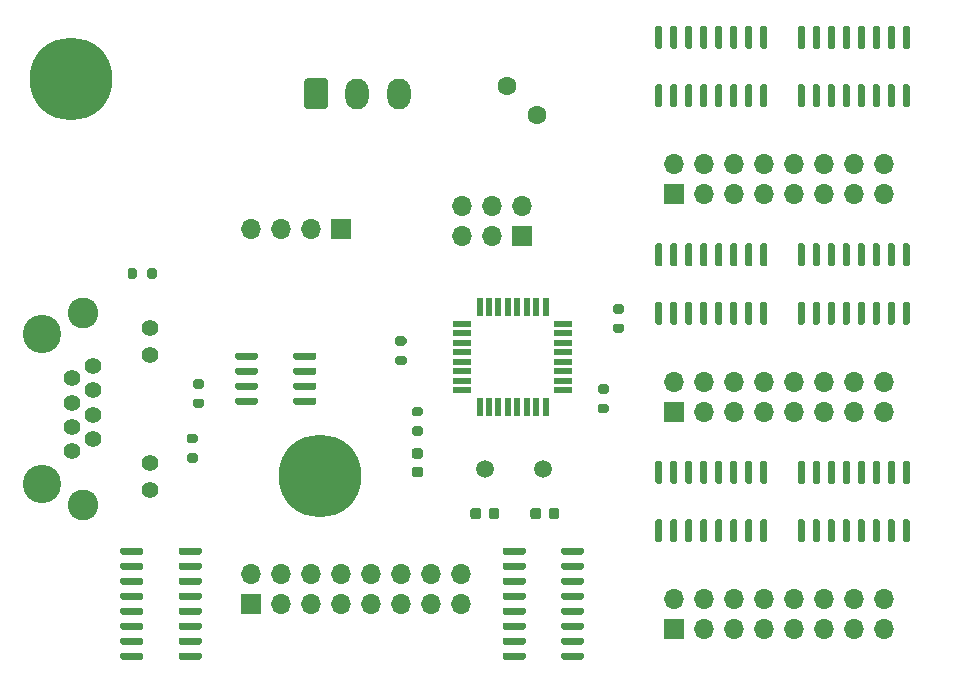
<source format=gts>
G04 #@! TF.GenerationSoftware,KiCad,Pcbnew,(5.1.9)-1*
G04 #@! TF.CreationDate,2021-06-09T23:06:16+02:00*
G04 #@! TF.ProjectId,interface,696e7465-7266-4616-9365-2e6b69636164,rev?*
G04 #@! TF.SameCoordinates,Original*
G04 #@! TF.FileFunction,Soldermask,Top*
G04 #@! TF.FilePolarity,Negative*
%FSLAX46Y46*%
G04 Gerber Fmt 4.6, Leading zero omitted, Abs format (unit mm)*
G04 Created by KiCad (PCBNEW (5.1.9)-1) date 2021-06-09 23:06:16*
%MOMM*%
%LPD*%
G01*
G04 APERTURE LIST*
%ADD10C,0.800000*%
%ADD11C,7.000000*%
%ADD12O,1.700000X1.700000*%
%ADD13R,1.700000X1.700000*%
%ADD14C,1.400000*%
%ADD15C,2.600000*%
%ADD16C,3.250000*%
%ADD17C,1.600000*%
%ADD18R,1.600000X0.550000*%
%ADD19R,0.550000X1.600000*%
%ADD20O,2.000000X2.600000*%
%ADD21C,1.500000*%
G04 APERTURE END LIST*
D10*
X105234155Y-71803845D03*
X103378000Y-71035000D03*
X101521845Y-71803845D03*
X100753000Y-73660000D03*
X101521845Y-75516155D03*
X103378000Y-76285000D03*
X105234155Y-75516155D03*
X106003000Y-73660000D03*
D11*
X103378000Y-73660000D03*
G36*
G01*
X153312000Y-107974000D02*
X153012000Y-107974000D01*
G75*
G02*
X152862000Y-107824000I0J150000D01*
G01*
X152862000Y-106174000D01*
G75*
G02*
X153012000Y-106024000I150000J0D01*
G01*
X153312000Y-106024000D01*
G75*
G02*
X153462000Y-106174000I0J-150000D01*
G01*
X153462000Y-107824000D01*
G75*
G02*
X153312000Y-107974000I-150000J0D01*
G01*
G37*
G36*
G01*
X154582000Y-107974000D02*
X154282000Y-107974000D01*
G75*
G02*
X154132000Y-107824000I0J150000D01*
G01*
X154132000Y-106174000D01*
G75*
G02*
X154282000Y-106024000I150000J0D01*
G01*
X154582000Y-106024000D01*
G75*
G02*
X154732000Y-106174000I0J-150000D01*
G01*
X154732000Y-107824000D01*
G75*
G02*
X154582000Y-107974000I-150000J0D01*
G01*
G37*
G36*
G01*
X155852000Y-107974000D02*
X155552000Y-107974000D01*
G75*
G02*
X155402000Y-107824000I0J150000D01*
G01*
X155402000Y-106174000D01*
G75*
G02*
X155552000Y-106024000I150000J0D01*
G01*
X155852000Y-106024000D01*
G75*
G02*
X156002000Y-106174000I0J-150000D01*
G01*
X156002000Y-107824000D01*
G75*
G02*
X155852000Y-107974000I-150000J0D01*
G01*
G37*
G36*
G01*
X157122000Y-107974000D02*
X156822000Y-107974000D01*
G75*
G02*
X156672000Y-107824000I0J150000D01*
G01*
X156672000Y-106174000D01*
G75*
G02*
X156822000Y-106024000I150000J0D01*
G01*
X157122000Y-106024000D01*
G75*
G02*
X157272000Y-106174000I0J-150000D01*
G01*
X157272000Y-107824000D01*
G75*
G02*
X157122000Y-107974000I-150000J0D01*
G01*
G37*
G36*
G01*
X158392000Y-107974000D02*
X158092000Y-107974000D01*
G75*
G02*
X157942000Y-107824000I0J150000D01*
G01*
X157942000Y-106174000D01*
G75*
G02*
X158092000Y-106024000I150000J0D01*
G01*
X158392000Y-106024000D01*
G75*
G02*
X158542000Y-106174000I0J-150000D01*
G01*
X158542000Y-107824000D01*
G75*
G02*
X158392000Y-107974000I-150000J0D01*
G01*
G37*
G36*
G01*
X159662000Y-107974000D02*
X159362000Y-107974000D01*
G75*
G02*
X159212000Y-107824000I0J150000D01*
G01*
X159212000Y-106174000D01*
G75*
G02*
X159362000Y-106024000I150000J0D01*
G01*
X159662000Y-106024000D01*
G75*
G02*
X159812000Y-106174000I0J-150000D01*
G01*
X159812000Y-107824000D01*
G75*
G02*
X159662000Y-107974000I-150000J0D01*
G01*
G37*
G36*
G01*
X160932000Y-107974000D02*
X160632000Y-107974000D01*
G75*
G02*
X160482000Y-107824000I0J150000D01*
G01*
X160482000Y-106174000D01*
G75*
G02*
X160632000Y-106024000I150000J0D01*
G01*
X160932000Y-106024000D01*
G75*
G02*
X161082000Y-106174000I0J-150000D01*
G01*
X161082000Y-107824000D01*
G75*
G02*
X160932000Y-107974000I-150000J0D01*
G01*
G37*
G36*
G01*
X162202000Y-107974000D02*
X161902000Y-107974000D01*
G75*
G02*
X161752000Y-107824000I0J150000D01*
G01*
X161752000Y-106174000D01*
G75*
G02*
X161902000Y-106024000I150000J0D01*
G01*
X162202000Y-106024000D01*
G75*
G02*
X162352000Y-106174000I0J-150000D01*
G01*
X162352000Y-107824000D01*
G75*
G02*
X162202000Y-107974000I-150000J0D01*
G01*
G37*
G36*
G01*
X162202000Y-112924000D02*
X161902000Y-112924000D01*
G75*
G02*
X161752000Y-112774000I0J150000D01*
G01*
X161752000Y-111124000D01*
G75*
G02*
X161902000Y-110974000I150000J0D01*
G01*
X162202000Y-110974000D01*
G75*
G02*
X162352000Y-111124000I0J-150000D01*
G01*
X162352000Y-112774000D01*
G75*
G02*
X162202000Y-112924000I-150000J0D01*
G01*
G37*
G36*
G01*
X160932000Y-112924000D02*
X160632000Y-112924000D01*
G75*
G02*
X160482000Y-112774000I0J150000D01*
G01*
X160482000Y-111124000D01*
G75*
G02*
X160632000Y-110974000I150000J0D01*
G01*
X160932000Y-110974000D01*
G75*
G02*
X161082000Y-111124000I0J-150000D01*
G01*
X161082000Y-112774000D01*
G75*
G02*
X160932000Y-112924000I-150000J0D01*
G01*
G37*
G36*
G01*
X159662000Y-112924000D02*
X159362000Y-112924000D01*
G75*
G02*
X159212000Y-112774000I0J150000D01*
G01*
X159212000Y-111124000D01*
G75*
G02*
X159362000Y-110974000I150000J0D01*
G01*
X159662000Y-110974000D01*
G75*
G02*
X159812000Y-111124000I0J-150000D01*
G01*
X159812000Y-112774000D01*
G75*
G02*
X159662000Y-112924000I-150000J0D01*
G01*
G37*
G36*
G01*
X158392000Y-112924000D02*
X158092000Y-112924000D01*
G75*
G02*
X157942000Y-112774000I0J150000D01*
G01*
X157942000Y-111124000D01*
G75*
G02*
X158092000Y-110974000I150000J0D01*
G01*
X158392000Y-110974000D01*
G75*
G02*
X158542000Y-111124000I0J-150000D01*
G01*
X158542000Y-112774000D01*
G75*
G02*
X158392000Y-112924000I-150000J0D01*
G01*
G37*
G36*
G01*
X157122000Y-112924000D02*
X156822000Y-112924000D01*
G75*
G02*
X156672000Y-112774000I0J150000D01*
G01*
X156672000Y-111124000D01*
G75*
G02*
X156822000Y-110974000I150000J0D01*
G01*
X157122000Y-110974000D01*
G75*
G02*
X157272000Y-111124000I0J-150000D01*
G01*
X157272000Y-112774000D01*
G75*
G02*
X157122000Y-112924000I-150000J0D01*
G01*
G37*
G36*
G01*
X155852000Y-112924000D02*
X155552000Y-112924000D01*
G75*
G02*
X155402000Y-112774000I0J150000D01*
G01*
X155402000Y-111124000D01*
G75*
G02*
X155552000Y-110974000I150000J0D01*
G01*
X155852000Y-110974000D01*
G75*
G02*
X156002000Y-111124000I0J-150000D01*
G01*
X156002000Y-112774000D01*
G75*
G02*
X155852000Y-112924000I-150000J0D01*
G01*
G37*
G36*
G01*
X154582000Y-112924000D02*
X154282000Y-112924000D01*
G75*
G02*
X154132000Y-112774000I0J150000D01*
G01*
X154132000Y-111124000D01*
G75*
G02*
X154282000Y-110974000I150000J0D01*
G01*
X154582000Y-110974000D01*
G75*
G02*
X154732000Y-111124000I0J-150000D01*
G01*
X154732000Y-112774000D01*
G75*
G02*
X154582000Y-112924000I-150000J0D01*
G01*
G37*
G36*
G01*
X153312000Y-112924000D02*
X153012000Y-112924000D01*
G75*
G02*
X152862000Y-112774000I0J150000D01*
G01*
X152862000Y-111124000D01*
G75*
G02*
X153012000Y-110974000I150000J0D01*
G01*
X153312000Y-110974000D01*
G75*
G02*
X153462000Y-111124000I0J-150000D01*
G01*
X153462000Y-112774000D01*
G75*
G02*
X153312000Y-112924000I-150000J0D01*
G01*
G37*
G36*
G01*
X165377000Y-89559000D02*
X165077000Y-89559000D01*
G75*
G02*
X164927000Y-89409000I0J150000D01*
G01*
X164927000Y-87759000D01*
G75*
G02*
X165077000Y-87609000I150000J0D01*
G01*
X165377000Y-87609000D01*
G75*
G02*
X165527000Y-87759000I0J-150000D01*
G01*
X165527000Y-89409000D01*
G75*
G02*
X165377000Y-89559000I-150000J0D01*
G01*
G37*
G36*
G01*
X166647000Y-89559000D02*
X166347000Y-89559000D01*
G75*
G02*
X166197000Y-89409000I0J150000D01*
G01*
X166197000Y-87759000D01*
G75*
G02*
X166347000Y-87609000I150000J0D01*
G01*
X166647000Y-87609000D01*
G75*
G02*
X166797000Y-87759000I0J-150000D01*
G01*
X166797000Y-89409000D01*
G75*
G02*
X166647000Y-89559000I-150000J0D01*
G01*
G37*
G36*
G01*
X167917000Y-89559000D02*
X167617000Y-89559000D01*
G75*
G02*
X167467000Y-89409000I0J150000D01*
G01*
X167467000Y-87759000D01*
G75*
G02*
X167617000Y-87609000I150000J0D01*
G01*
X167917000Y-87609000D01*
G75*
G02*
X168067000Y-87759000I0J-150000D01*
G01*
X168067000Y-89409000D01*
G75*
G02*
X167917000Y-89559000I-150000J0D01*
G01*
G37*
G36*
G01*
X169187000Y-89559000D02*
X168887000Y-89559000D01*
G75*
G02*
X168737000Y-89409000I0J150000D01*
G01*
X168737000Y-87759000D01*
G75*
G02*
X168887000Y-87609000I150000J0D01*
G01*
X169187000Y-87609000D01*
G75*
G02*
X169337000Y-87759000I0J-150000D01*
G01*
X169337000Y-89409000D01*
G75*
G02*
X169187000Y-89559000I-150000J0D01*
G01*
G37*
G36*
G01*
X170457000Y-89559000D02*
X170157000Y-89559000D01*
G75*
G02*
X170007000Y-89409000I0J150000D01*
G01*
X170007000Y-87759000D01*
G75*
G02*
X170157000Y-87609000I150000J0D01*
G01*
X170457000Y-87609000D01*
G75*
G02*
X170607000Y-87759000I0J-150000D01*
G01*
X170607000Y-89409000D01*
G75*
G02*
X170457000Y-89559000I-150000J0D01*
G01*
G37*
G36*
G01*
X171727000Y-89559000D02*
X171427000Y-89559000D01*
G75*
G02*
X171277000Y-89409000I0J150000D01*
G01*
X171277000Y-87759000D01*
G75*
G02*
X171427000Y-87609000I150000J0D01*
G01*
X171727000Y-87609000D01*
G75*
G02*
X171877000Y-87759000I0J-150000D01*
G01*
X171877000Y-89409000D01*
G75*
G02*
X171727000Y-89559000I-150000J0D01*
G01*
G37*
G36*
G01*
X172997000Y-89559000D02*
X172697000Y-89559000D01*
G75*
G02*
X172547000Y-89409000I0J150000D01*
G01*
X172547000Y-87759000D01*
G75*
G02*
X172697000Y-87609000I150000J0D01*
G01*
X172997000Y-87609000D01*
G75*
G02*
X173147000Y-87759000I0J-150000D01*
G01*
X173147000Y-89409000D01*
G75*
G02*
X172997000Y-89559000I-150000J0D01*
G01*
G37*
G36*
G01*
X174267000Y-89559000D02*
X173967000Y-89559000D01*
G75*
G02*
X173817000Y-89409000I0J150000D01*
G01*
X173817000Y-87759000D01*
G75*
G02*
X173967000Y-87609000I150000J0D01*
G01*
X174267000Y-87609000D01*
G75*
G02*
X174417000Y-87759000I0J-150000D01*
G01*
X174417000Y-89409000D01*
G75*
G02*
X174267000Y-89559000I-150000J0D01*
G01*
G37*
G36*
G01*
X174267000Y-94509000D02*
X173967000Y-94509000D01*
G75*
G02*
X173817000Y-94359000I0J150000D01*
G01*
X173817000Y-92709000D01*
G75*
G02*
X173967000Y-92559000I150000J0D01*
G01*
X174267000Y-92559000D01*
G75*
G02*
X174417000Y-92709000I0J-150000D01*
G01*
X174417000Y-94359000D01*
G75*
G02*
X174267000Y-94509000I-150000J0D01*
G01*
G37*
G36*
G01*
X172997000Y-94509000D02*
X172697000Y-94509000D01*
G75*
G02*
X172547000Y-94359000I0J150000D01*
G01*
X172547000Y-92709000D01*
G75*
G02*
X172697000Y-92559000I150000J0D01*
G01*
X172997000Y-92559000D01*
G75*
G02*
X173147000Y-92709000I0J-150000D01*
G01*
X173147000Y-94359000D01*
G75*
G02*
X172997000Y-94509000I-150000J0D01*
G01*
G37*
G36*
G01*
X171727000Y-94509000D02*
X171427000Y-94509000D01*
G75*
G02*
X171277000Y-94359000I0J150000D01*
G01*
X171277000Y-92709000D01*
G75*
G02*
X171427000Y-92559000I150000J0D01*
G01*
X171727000Y-92559000D01*
G75*
G02*
X171877000Y-92709000I0J-150000D01*
G01*
X171877000Y-94359000D01*
G75*
G02*
X171727000Y-94509000I-150000J0D01*
G01*
G37*
G36*
G01*
X170457000Y-94509000D02*
X170157000Y-94509000D01*
G75*
G02*
X170007000Y-94359000I0J150000D01*
G01*
X170007000Y-92709000D01*
G75*
G02*
X170157000Y-92559000I150000J0D01*
G01*
X170457000Y-92559000D01*
G75*
G02*
X170607000Y-92709000I0J-150000D01*
G01*
X170607000Y-94359000D01*
G75*
G02*
X170457000Y-94509000I-150000J0D01*
G01*
G37*
G36*
G01*
X169187000Y-94509000D02*
X168887000Y-94509000D01*
G75*
G02*
X168737000Y-94359000I0J150000D01*
G01*
X168737000Y-92709000D01*
G75*
G02*
X168887000Y-92559000I150000J0D01*
G01*
X169187000Y-92559000D01*
G75*
G02*
X169337000Y-92709000I0J-150000D01*
G01*
X169337000Y-94359000D01*
G75*
G02*
X169187000Y-94509000I-150000J0D01*
G01*
G37*
G36*
G01*
X167917000Y-94509000D02*
X167617000Y-94509000D01*
G75*
G02*
X167467000Y-94359000I0J150000D01*
G01*
X167467000Y-92709000D01*
G75*
G02*
X167617000Y-92559000I150000J0D01*
G01*
X167917000Y-92559000D01*
G75*
G02*
X168067000Y-92709000I0J-150000D01*
G01*
X168067000Y-94359000D01*
G75*
G02*
X167917000Y-94509000I-150000J0D01*
G01*
G37*
G36*
G01*
X166647000Y-94509000D02*
X166347000Y-94509000D01*
G75*
G02*
X166197000Y-94359000I0J150000D01*
G01*
X166197000Y-92709000D01*
G75*
G02*
X166347000Y-92559000I150000J0D01*
G01*
X166647000Y-92559000D01*
G75*
G02*
X166797000Y-92709000I0J-150000D01*
G01*
X166797000Y-94359000D01*
G75*
G02*
X166647000Y-94509000I-150000J0D01*
G01*
G37*
G36*
G01*
X165377000Y-94509000D02*
X165077000Y-94509000D01*
G75*
G02*
X164927000Y-94359000I0J150000D01*
G01*
X164927000Y-92709000D01*
G75*
G02*
X165077000Y-92559000I150000J0D01*
G01*
X165377000Y-92559000D01*
G75*
G02*
X165527000Y-92709000I0J-150000D01*
G01*
X165527000Y-94359000D01*
G75*
G02*
X165377000Y-94509000I-150000J0D01*
G01*
G37*
D12*
X136398000Y-115570000D03*
X136398000Y-118110000D03*
X133858000Y-115570000D03*
X133858000Y-118110000D03*
X131318000Y-115570000D03*
X131318000Y-118110000D03*
X128778000Y-115570000D03*
X128778000Y-118110000D03*
X126238000Y-115570000D03*
X126238000Y-118110000D03*
X123698000Y-115570000D03*
X123698000Y-118110000D03*
X121158000Y-115570000D03*
X121158000Y-118110000D03*
X118618000Y-115570000D03*
D13*
X118618000Y-118110000D03*
G36*
G01*
X109498000Y-122405000D02*
X109498000Y-122705000D01*
G75*
G02*
X109348000Y-122855000I-150000J0D01*
G01*
X107698000Y-122855000D01*
G75*
G02*
X107548000Y-122705000I0J150000D01*
G01*
X107548000Y-122405000D01*
G75*
G02*
X107698000Y-122255000I150000J0D01*
G01*
X109348000Y-122255000D01*
G75*
G02*
X109498000Y-122405000I0J-150000D01*
G01*
G37*
G36*
G01*
X109498000Y-121135000D02*
X109498000Y-121435000D01*
G75*
G02*
X109348000Y-121585000I-150000J0D01*
G01*
X107698000Y-121585000D01*
G75*
G02*
X107548000Y-121435000I0J150000D01*
G01*
X107548000Y-121135000D01*
G75*
G02*
X107698000Y-120985000I150000J0D01*
G01*
X109348000Y-120985000D01*
G75*
G02*
X109498000Y-121135000I0J-150000D01*
G01*
G37*
G36*
G01*
X109498000Y-119865000D02*
X109498000Y-120165000D01*
G75*
G02*
X109348000Y-120315000I-150000J0D01*
G01*
X107698000Y-120315000D01*
G75*
G02*
X107548000Y-120165000I0J150000D01*
G01*
X107548000Y-119865000D01*
G75*
G02*
X107698000Y-119715000I150000J0D01*
G01*
X109348000Y-119715000D01*
G75*
G02*
X109498000Y-119865000I0J-150000D01*
G01*
G37*
G36*
G01*
X109498000Y-118595000D02*
X109498000Y-118895000D01*
G75*
G02*
X109348000Y-119045000I-150000J0D01*
G01*
X107698000Y-119045000D01*
G75*
G02*
X107548000Y-118895000I0J150000D01*
G01*
X107548000Y-118595000D01*
G75*
G02*
X107698000Y-118445000I150000J0D01*
G01*
X109348000Y-118445000D01*
G75*
G02*
X109498000Y-118595000I0J-150000D01*
G01*
G37*
G36*
G01*
X109498000Y-117325000D02*
X109498000Y-117625000D01*
G75*
G02*
X109348000Y-117775000I-150000J0D01*
G01*
X107698000Y-117775000D01*
G75*
G02*
X107548000Y-117625000I0J150000D01*
G01*
X107548000Y-117325000D01*
G75*
G02*
X107698000Y-117175000I150000J0D01*
G01*
X109348000Y-117175000D01*
G75*
G02*
X109498000Y-117325000I0J-150000D01*
G01*
G37*
G36*
G01*
X109498000Y-116055000D02*
X109498000Y-116355000D01*
G75*
G02*
X109348000Y-116505000I-150000J0D01*
G01*
X107698000Y-116505000D01*
G75*
G02*
X107548000Y-116355000I0J150000D01*
G01*
X107548000Y-116055000D01*
G75*
G02*
X107698000Y-115905000I150000J0D01*
G01*
X109348000Y-115905000D01*
G75*
G02*
X109498000Y-116055000I0J-150000D01*
G01*
G37*
G36*
G01*
X109498000Y-114785000D02*
X109498000Y-115085000D01*
G75*
G02*
X109348000Y-115235000I-150000J0D01*
G01*
X107698000Y-115235000D01*
G75*
G02*
X107548000Y-115085000I0J150000D01*
G01*
X107548000Y-114785000D01*
G75*
G02*
X107698000Y-114635000I150000J0D01*
G01*
X109348000Y-114635000D01*
G75*
G02*
X109498000Y-114785000I0J-150000D01*
G01*
G37*
G36*
G01*
X109498000Y-113515000D02*
X109498000Y-113815000D01*
G75*
G02*
X109348000Y-113965000I-150000J0D01*
G01*
X107698000Y-113965000D01*
G75*
G02*
X107548000Y-113815000I0J150000D01*
G01*
X107548000Y-113515000D01*
G75*
G02*
X107698000Y-113365000I150000J0D01*
G01*
X109348000Y-113365000D01*
G75*
G02*
X109498000Y-113515000I0J-150000D01*
G01*
G37*
G36*
G01*
X114448000Y-113515000D02*
X114448000Y-113815000D01*
G75*
G02*
X114298000Y-113965000I-150000J0D01*
G01*
X112648000Y-113965000D01*
G75*
G02*
X112498000Y-113815000I0J150000D01*
G01*
X112498000Y-113515000D01*
G75*
G02*
X112648000Y-113365000I150000J0D01*
G01*
X114298000Y-113365000D01*
G75*
G02*
X114448000Y-113515000I0J-150000D01*
G01*
G37*
G36*
G01*
X114448000Y-114785000D02*
X114448000Y-115085000D01*
G75*
G02*
X114298000Y-115235000I-150000J0D01*
G01*
X112648000Y-115235000D01*
G75*
G02*
X112498000Y-115085000I0J150000D01*
G01*
X112498000Y-114785000D01*
G75*
G02*
X112648000Y-114635000I150000J0D01*
G01*
X114298000Y-114635000D01*
G75*
G02*
X114448000Y-114785000I0J-150000D01*
G01*
G37*
G36*
G01*
X114448000Y-116055000D02*
X114448000Y-116355000D01*
G75*
G02*
X114298000Y-116505000I-150000J0D01*
G01*
X112648000Y-116505000D01*
G75*
G02*
X112498000Y-116355000I0J150000D01*
G01*
X112498000Y-116055000D01*
G75*
G02*
X112648000Y-115905000I150000J0D01*
G01*
X114298000Y-115905000D01*
G75*
G02*
X114448000Y-116055000I0J-150000D01*
G01*
G37*
G36*
G01*
X114448000Y-117325000D02*
X114448000Y-117625000D01*
G75*
G02*
X114298000Y-117775000I-150000J0D01*
G01*
X112648000Y-117775000D01*
G75*
G02*
X112498000Y-117625000I0J150000D01*
G01*
X112498000Y-117325000D01*
G75*
G02*
X112648000Y-117175000I150000J0D01*
G01*
X114298000Y-117175000D01*
G75*
G02*
X114448000Y-117325000I0J-150000D01*
G01*
G37*
G36*
G01*
X114448000Y-118595000D02*
X114448000Y-118895000D01*
G75*
G02*
X114298000Y-119045000I-150000J0D01*
G01*
X112648000Y-119045000D01*
G75*
G02*
X112498000Y-118895000I0J150000D01*
G01*
X112498000Y-118595000D01*
G75*
G02*
X112648000Y-118445000I150000J0D01*
G01*
X114298000Y-118445000D01*
G75*
G02*
X114448000Y-118595000I0J-150000D01*
G01*
G37*
G36*
G01*
X114448000Y-119865000D02*
X114448000Y-120165000D01*
G75*
G02*
X114298000Y-120315000I-150000J0D01*
G01*
X112648000Y-120315000D01*
G75*
G02*
X112498000Y-120165000I0J150000D01*
G01*
X112498000Y-119865000D01*
G75*
G02*
X112648000Y-119715000I150000J0D01*
G01*
X114298000Y-119715000D01*
G75*
G02*
X114448000Y-119865000I0J-150000D01*
G01*
G37*
G36*
G01*
X114448000Y-121135000D02*
X114448000Y-121435000D01*
G75*
G02*
X114298000Y-121585000I-150000J0D01*
G01*
X112648000Y-121585000D01*
G75*
G02*
X112498000Y-121435000I0J150000D01*
G01*
X112498000Y-121135000D01*
G75*
G02*
X112648000Y-120985000I150000J0D01*
G01*
X114298000Y-120985000D01*
G75*
G02*
X114448000Y-121135000I0J-150000D01*
G01*
G37*
G36*
G01*
X114448000Y-122405000D02*
X114448000Y-122705000D01*
G75*
G02*
X114298000Y-122855000I-150000J0D01*
G01*
X112648000Y-122855000D01*
G75*
G02*
X112498000Y-122705000I0J150000D01*
G01*
X112498000Y-122405000D01*
G75*
G02*
X112648000Y-122255000I150000J0D01*
G01*
X114298000Y-122255000D01*
G75*
G02*
X114448000Y-122405000I0J-150000D01*
G01*
G37*
G36*
G01*
X165377000Y-107974000D02*
X165077000Y-107974000D01*
G75*
G02*
X164927000Y-107824000I0J150000D01*
G01*
X164927000Y-106174000D01*
G75*
G02*
X165077000Y-106024000I150000J0D01*
G01*
X165377000Y-106024000D01*
G75*
G02*
X165527000Y-106174000I0J-150000D01*
G01*
X165527000Y-107824000D01*
G75*
G02*
X165377000Y-107974000I-150000J0D01*
G01*
G37*
G36*
G01*
X166647000Y-107974000D02*
X166347000Y-107974000D01*
G75*
G02*
X166197000Y-107824000I0J150000D01*
G01*
X166197000Y-106174000D01*
G75*
G02*
X166347000Y-106024000I150000J0D01*
G01*
X166647000Y-106024000D01*
G75*
G02*
X166797000Y-106174000I0J-150000D01*
G01*
X166797000Y-107824000D01*
G75*
G02*
X166647000Y-107974000I-150000J0D01*
G01*
G37*
G36*
G01*
X167917000Y-107974000D02*
X167617000Y-107974000D01*
G75*
G02*
X167467000Y-107824000I0J150000D01*
G01*
X167467000Y-106174000D01*
G75*
G02*
X167617000Y-106024000I150000J0D01*
G01*
X167917000Y-106024000D01*
G75*
G02*
X168067000Y-106174000I0J-150000D01*
G01*
X168067000Y-107824000D01*
G75*
G02*
X167917000Y-107974000I-150000J0D01*
G01*
G37*
G36*
G01*
X169187000Y-107974000D02*
X168887000Y-107974000D01*
G75*
G02*
X168737000Y-107824000I0J150000D01*
G01*
X168737000Y-106174000D01*
G75*
G02*
X168887000Y-106024000I150000J0D01*
G01*
X169187000Y-106024000D01*
G75*
G02*
X169337000Y-106174000I0J-150000D01*
G01*
X169337000Y-107824000D01*
G75*
G02*
X169187000Y-107974000I-150000J0D01*
G01*
G37*
G36*
G01*
X170457000Y-107974000D02*
X170157000Y-107974000D01*
G75*
G02*
X170007000Y-107824000I0J150000D01*
G01*
X170007000Y-106174000D01*
G75*
G02*
X170157000Y-106024000I150000J0D01*
G01*
X170457000Y-106024000D01*
G75*
G02*
X170607000Y-106174000I0J-150000D01*
G01*
X170607000Y-107824000D01*
G75*
G02*
X170457000Y-107974000I-150000J0D01*
G01*
G37*
G36*
G01*
X171727000Y-107974000D02*
X171427000Y-107974000D01*
G75*
G02*
X171277000Y-107824000I0J150000D01*
G01*
X171277000Y-106174000D01*
G75*
G02*
X171427000Y-106024000I150000J0D01*
G01*
X171727000Y-106024000D01*
G75*
G02*
X171877000Y-106174000I0J-150000D01*
G01*
X171877000Y-107824000D01*
G75*
G02*
X171727000Y-107974000I-150000J0D01*
G01*
G37*
G36*
G01*
X172997000Y-107974000D02*
X172697000Y-107974000D01*
G75*
G02*
X172547000Y-107824000I0J150000D01*
G01*
X172547000Y-106174000D01*
G75*
G02*
X172697000Y-106024000I150000J0D01*
G01*
X172997000Y-106024000D01*
G75*
G02*
X173147000Y-106174000I0J-150000D01*
G01*
X173147000Y-107824000D01*
G75*
G02*
X172997000Y-107974000I-150000J0D01*
G01*
G37*
G36*
G01*
X174267000Y-107974000D02*
X173967000Y-107974000D01*
G75*
G02*
X173817000Y-107824000I0J150000D01*
G01*
X173817000Y-106174000D01*
G75*
G02*
X173967000Y-106024000I150000J0D01*
G01*
X174267000Y-106024000D01*
G75*
G02*
X174417000Y-106174000I0J-150000D01*
G01*
X174417000Y-107824000D01*
G75*
G02*
X174267000Y-107974000I-150000J0D01*
G01*
G37*
G36*
G01*
X174267000Y-112924000D02*
X173967000Y-112924000D01*
G75*
G02*
X173817000Y-112774000I0J150000D01*
G01*
X173817000Y-111124000D01*
G75*
G02*
X173967000Y-110974000I150000J0D01*
G01*
X174267000Y-110974000D01*
G75*
G02*
X174417000Y-111124000I0J-150000D01*
G01*
X174417000Y-112774000D01*
G75*
G02*
X174267000Y-112924000I-150000J0D01*
G01*
G37*
G36*
G01*
X172997000Y-112924000D02*
X172697000Y-112924000D01*
G75*
G02*
X172547000Y-112774000I0J150000D01*
G01*
X172547000Y-111124000D01*
G75*
G02*
X172697000Y-110974000I150000J0D01*
G01*
X172997000Y-110974000D01*
G75*
G02*
X173147000Y-111124000I0J-150000D01*
G01*
X173147000Y-112774000D01*
G75*
G02*
X172997000Y-112924000I-150000J0D01*
G01*
G37*
G36*
G01*
X171727000Y-112924000D02*
X171427000Y-112924000D01*
G75*
G02*
X171277000Y-112774000I0J150000D01*
G01*
X171277000Y-111124000D01*
G75*
G02*
X171427000Y-110974000I150000J0D01*
G01*
X171727000Y-110974000D01*
G75*
G02*
X171877000Y-111124000I0J-150000D01*
G01*
X171877000Y-112774000D01*
G75*
G02*
X171727000Y-112924000I-150000J0D01*
G01*
G37*
G36*
G01*
X170457000Y-112924000D02*
X170157000Y-112924000D01*
G75*
G02*
X170007000Y-112774000I0J150000D01*
G01*
X170007000Y-111124000D01*
G75*
G02*
X170157000Y-110974000I150000J0D01*
G01*
X170457000Y-110974000D01*
G75*
G02*
X170607000Y-111124000I0J-150000D01*
G01*
X170607000Y-112774000D01*
G75*
G02*
X170457000Y-112924000I-150000J0D01*
G01*
G37*
G36*
G01*
X169187000Y-112924000D02*
X168887000Y-112924000D01*
G75*
G02*
X168737000Y-112774000I0J150000D01*
G01*
X168737000Y-111124000D01*
G75*
G02*
X168887000Y-110974000I150000J0D01*
G01*
X169187000Y-110974000D01*
G75*
G02*
X169337000Y-111124000I0J-150000D01*
G01*
X169337000Y-112774000D01*
G75*
G02*
X169187000Y-112924000I-150000J0D01*
G01*
G37*
G36*
G01*
X167917000Y-112924000D02*
X167617000Y-112924000D01*
G75*
G02*
X167467000Y-112774000I0J150000D01*
G01*
X167467000Y-111124000D01*
G75*
G02*
X167617000Y-110974000I150000J0D01*
G01*
X167917000Y-110974000D01*
G75*
G02*
X168067000Y-111124000I0J-150000D01*
G01*
X168067000Y-112774000D01*
G75*
G02*
X167917000Y-112924000I-150000J0D01*
G01*
G37*
G36*
G01*
X166647000Y-112924000D02*
X166347000Y-112924000D01*
G75*
G02*
X166197000Y-112774000I0J150000D01*
G01*
X166197000Y-111124000D01*
G75*
G02*
X166347000Y-110974000I150000J0D01*
G01*
X166647000Y-110974000D01*
G75*
G02*
X166797000Y-111124000I0J-150000D01*
G01*
X166797000Y-112774000D01*
G75*
G02*
X166647000Y-112924000I-150000J0D01*
G01*
G37*
G36*
G01*
X165377000Y-112924000D02*
X165077000Y-112924000D01*
G75*
G02*
X164927000Y-112774000I0J150000D01*
G01*
X164927000Y-111124000D01*
G75*
G02*
X165077000Y-110974000I150000J0D01*
G01*
X165377000Y-110974000D01*
G75*
G02*
X165527000Y-111124000I0J-150000D01*
G01*
X165527000Y-112774000D01*
G75*
G02*
X165377000Y-112924000I-150000J0D01*
G01*
G37*
G36*
G01*
X153312000Y-89559000D02*
X153012000Y-89559000D01*
G75*
G02*
X152862000Y-89409000I0J150000D01*
G01*
X152862000Y-87759000D01*
G75*
G02*
X153012000Y-87609000I150000J0D01*
G01*
X153312000Y-87609000D01*
G75*
G02*
X153462000Y-87759000I0J-150000D01*
G01*
X153462000Y-89409000D01*
G75*
G02*
X153312000Y-89559000I-150000J0D01*
G01*
G37*
G36*
G01*
X154582000Y-89559000D02*
X154282000Y-89559000D01*
G75*
G02*
X154132000Y-89409000I0J150000D01*
G01*
X154132000Y-87759000D01*
G75*
G02*
X154282000Y-87609000I150000J0D01*
G01*
X154582000Y-87609000D01*
G75*
G02*
X154732000Y-87759000I0J-150000D01*
G01*
X154732000Y-89409000D01*
G75*
G02*
X154582000Y-89559000I-150000J0D01*
G01*
G37*
G36*
G01*
X155852000Y-89559000D02*
X155552000Y-89559000D01*
G75*
G02*
X155402000Y-89409000I0J150000D01*
G01*
X155402000Y-87759000D01*
G75*
G02*
X155552000Y-87609000I150000J0D01*
G01*
X155852000Y-87609000D01*
G75*
G02*
X156002000Y-87759000I0J-150000D01*
G01*
X156002000Y-89409000D01*
G75*
G02*
X155852000Y-89559000I-150000J0D01*
G01*
G37*
G36*
G01*
X157122000Y-89559000D02*
X156822000Y-89559000D01*
G75*
G02*
X156672000Y-89409000I0J150000D01*
G01*
X156672000Y-87759000D01*
G75*
G02*
X156822000Y-87609000I150000J0D01*
G01*
X157122000Y-87609000D01*
G75*
G02*
X157272000Y-87759000I0J-150000D01*
G01*
X157272000Y-89409000D01*
G75*
G02*
X157122000Y-89559000I-150000J0D01*
G01*
G37*
G36*
G01*
X158392000Y-89559000D02*
X158092000Y-89559000D01*
G75*
G02*
X157942000Y-89409000I0J150000D01*
G01*
X157942000Y-87759000D01*
G75*
G02*
X158092000Y-87609000I150000J0D01*
G01*
X158392000Y-87609000D01*
G75*
G02*
X158542000Y-87759000I0J-150000D01*
G01*
X158542000Y-89409000D01*
G75*
G02*
X158392000Y-89559000I-150000J0D01*
G01*
G37*
G36*
G01*
X159662000Y-89559000D02*
X159362000Y-89559000D01*
G75*
G02*
X159212000Y-89409000I0J150000D01*
G01*
X159212000Y-87759000D01*
G75*
G02*
X159362000Y-87609000I150000J0D01*
G01*
X159662000Y-87609000D01*
G75*
G02*
X159812000Y-87759000I0J-150000D01*
G01*
X159812000Y-89409000D01*
G75*
G02*
X159662000Y-89559000I-150000J0D01*
G01*
G37*
G36*
G01*
X160932000Y-89559000D02*
X160632000Y-89559000D01*
G75*
G02*
X160482000Y-89409000I0J150000D01*
G01*
X160482000Y-87759000D01*
G75*
G02*
X160632000Y-87609000I150000J0D01*
G01*
X160932000Y-87609000D01*
G75*
G02*
X161082000Y-87759000I0J-150000D01*
G01*
X161082000Y-89409000D01*
G75*
G02*
X160932000Y-89559000I-150000J0D01*
G01*
G37*
G36*
G01*
X162202000Y-89559000D02*
X161902000Y-89559000D01*
G75*
G02*
X161752000Y-89409000I0J150000D01*
G01*
X161752000Y-87759000D01*
G75*
G02*
X161902000Y-87609000I150000J0D01*
G01*
X162202000Y-87609000D01*
G75*
G02*
X162352000Y-87759000I0J-150000D01*
G01*
X162352000Y-89409000D01*
G75*
G02*
X162202000Y-89559000I-150000J0D01*
G01*
G37*
G36*
G01*
X162202000Y-94509000D02*
X161902000Y-94509000D01*
G75*
G02*
X161752000Y-94359000I0J150000D01*
G01*
X161752000Y-92709000D01*
G75*
G02*
X161902000Y-92559000I150000J0D01*
G01*
X162202000Y-92559000D01*
G75*
G02*
X162352000Y-92709000I0J-150000D01*
G01*
X162352000Y-94359000D01*
G75*
G02*
X162202000Y-94509000I-150000J0D01*
G01*
G37*
G36*
G01*
X160932000Y-94509000D02*
X160632000Y-94509000D01*
G75*
G02*
X160482000Y-94359000I0J150000D01*
G01*
X160482000Y-92709000D01*
G75*
G02*
X160632000Y-92559000I150000J0D01*
G01*
X160932000Y-92559000D01*
G75*
G02*
X161082000Y-92709000I0J-150000D01*
G01*
X161082000Y-94359000D01*
G75*
G02*
X160932000Y-94509000I-150000J0D01*
G01*
G37*
G36*
G01*
X159662000Y-94509000D02*
X159362000Y-94509000D01*
G75*
G02*
X159212000Y-94359000I0J150000D01*
G01*
X159212000Y-92709000D01*
G75*
G02*
X159362000Y-92559000I150000J0D01*
G01*
X159662000Y-92559000D01*
G75*
G02*
X159812000Y-92709000I0J-150000D01*
G01*
X159812000Y-94359000D01*
G75*
G02*
X159662000Y-94509000I-150000J0D01*
G01*
G37*
G36*
G01*
X158392000Y-94509000D02*
X158092000Y-94509000D01*
G75*
G02*
X157942000Y-94359000I0J150000D01*
G01*
X157942000Y-92709000D01*
G75*
G02*
X158092000Y-92559000I150000J0D01*
G01*
X158392000Y-92559000D01*
G75*
G02*
X158542000Y-92709000I0J-150000D01*
G01*
X158542000Y-94359000D01*
G75*
G02*
X158392000Y-94509000I-150000J0D01*
G01*
G37*
G36*
G01*
X157122000Y-94509000D02*
X156822000Y-94509000D01*
G75*
G02*
X156672000Y-94359000I0J150000D01*
G01*
X156672000Y-92709000D01*
G75*
G02*
X156822000Y-92559000I150000J0D01*
G01*
X157122000Y-92559000D01*
G75*
G02*
X157272000Y-92709000I0J-150000D01*
G01*
X157272000Y-94359000D01*
G75*
G02*
X157122000Y-94509000I-150000J0D01*
G01*
G37*
G36*
G01*
X155852000Y-94509000D02*
X155552000Y-94509000D01*
G75*
G02*
X155402000Y-94359000I0J150000D01*
G01*
X155402000Y-92709000D01*
G75*
G02*
X155552000Y-92559000I150000J0D01*
G01*
X155852000Y-92559000D01*
G75*
G02*
X156002000Y-92709000I0J-150000D01*
G01*
X156002000Y-94359000D01*
G75*
G02*
X155852000Y-94509000I-150000J0D01*
G01*
G37*
G36*
G01*
X154582000Y-94509000D02*
X154282000Y-94509000D01*
G75*
G02*
X154132000Y-94359000I0J150000D01*
G01*
X154132000Y-92709000D01*
G75*
G02*
X154282000Y-92559000I150000J0D01*
G01*
X154582000Y-92559000D01*
G75*
G02*
X154732000Y-92709000I0J-150000D01*
G01*
X154732000Y-94359000D01*
G75*
G02*
X154582000Y-94509000I-150000J0D01*
G01*
G37*
G36*
G01*
X153312000Y-94509000D02*
X153012000Y-94509000D01*
G75*
G02*
X152862000Y-94359000I0J150000D01*
G01*
X152862000Y-92709000D01*
G75*
G02*
X153012000Y-92559000I150000J0D01*
G01*
X153312000Y-92559000D01*
G75*
G02*
X153462000Y-92709000I0J-150000D01*
G01*
X153462000Y-94359000D01*
G75*
G02*
X153312000Y-94509000I-150000J0D01*
G01*
G37*
G36*
G01*
X165377000Y-71144000D02*
X165077000Y-71144000D01*
G75*
G02*
X164927000Y-70994000I0J150000D01*
G01*
X164927000Y-69344000D01*
G75*
G02*
X165077000Y-69194000I150000J0D01*
G01*
X165377000Y-69194000D01*
G75*
G02*
X165527000Y-69344000I0J-150000D01*
G01*
X165527000Y-70994000D01*
G75*
G02*
X165377000Y-71144000I-150000J0D01*
G01*
G37*
G36*
G01*
X166647000Y-71144000D02*
X166347000Y-71144000D01*
G75*
G02*
X166197000Y-70994000I0J150000D01*
G01*
X166197000Y-69344000D01*
G75*
G02*
X166347000Y-69194000I150000J0D01*
G01*
X166647000Y-69194000D01*
G75*
G02*
X166797000Y-69344000I0J-150000D01*
G01*
X166797000Y-70994000D01*
G75*
G02*
X166647000Y-71144000I-150000J0D01*
G01*
G37*
G36*
G01*
X167917000Y-71144000D02*
X167617000Y-71144000D01*
G75*
G02*
X167467000Y-70994000I0J150000D01*
G01*
X167467000Y-69344000D01*
G75*
G02*
X167617000Y-69194000I150000J0D01*
G01*
X167917000Y-69194000D01*
G75*
G02*
X168067000Y-69344000I0J-150000D01*
G01*
X168067000Y-70994000D01*
G75*
G02*
X167917000Y-71144000I-150000J0D01*
G01*
G37*
G36*
G01*
X169187000Y-71144000D02*
X168887000Y-71144000D01*
G75*
G02*
X168737000Y-70994000I0J150000D01*
G01*
X168737000Y-69344000D01*
G75*
G02*
X168887000Y-69194000I150000J0D01*
G01*
X169187000Y-69194000D01*
G75*
G02*
X169337000Y-69344000I0J-150000D01*
G01*
X169337000Y-70994000D01*
G75*
G02*
X169187000Y-71144000I-150000J0D01*
G01*
G37*
G36*
G01*
X170457000Y-71144000D02*
X170157000Y-71144000D01*
G75*
G02*
X170007000Y-70994000I0J150000D01*
G01*
X170007000Y-69344000D01*
G75*
G02*
X170157000Y-69194000I150000J0D01*
G01*
X170457000Y-69194000D01*
G75*
G02*
X170607000Y-69344000I0J-150000D01*
G01*
X170607000Y-70994000D01*
G75*
G02*
X170457000Y-71144000I-150000J0D01*
G01*
G37*
G36*
G01*
X171727000Y-71144000D02*
X171427000Y-71144000D01*
G75*
G02*
X171277000Y-70994000I0J150000D01*
G01*
X171277000Y-69344000D01*
G75*
G02*
X171427000Y-69194000I150000J0D01*
G01*
X171727000Y-69194000D01*
G75*
G02*
X171877000Y-69344000I0J-150000D01*
G01*
X171877000Y-70994000D01*
G75*
G02*
X171727000Y-71144000I-150000J0D01*
G01*
G37*
G36*
G01*
X172997000Y-71144000D02*
X172697000Y-71144000D01*
G75*
G02*
X172547000Y-70994000I0J150000D01*
G01*
X172547000Y-69344000D01*
G75*
G02*
X172697000Y-69194000I150000J0D01*
G01*
X172997000Y-69194000D01*
G75*
G02*
X173147000Y-69344000I0J-150000D01*
G01*
X173147000Y-70994000D01*
G75*
G02*
X172997000Y-71144000I-150000J0D01*
G01*
G37*
G36*
G01*
X174267000Y-71144000D02*
X173967000Y-71144000D01*
G75*
G02*
X173817000Y-70994000I0J150000D01*
G01*
X173817000Y-69344000D01*
G75*
G02*
X173967000Y-69194000I150000J0D01*
G01*
X174267000Y-69194000D01*
G75*
G02*
X174417000Y-69344000I0J-150000D01*
G01*
X174417000Y-70994000D01*
G75*
G02*
X174267000Y-71144000I-150000J0D01*
G01*
G37*
G36*
G01*
X174267000Y-76094000D02*
X173967000Y-76094000D01*
G75*
G02*
X173817000Y-75944000I0J150000D01*
G01*
X173817000Y-74294000D01*
G75*
G02*
X173967000Y-74144000I150000J0D01*
G01*
X174267000Y-74144000D01*
G75*
G02*
X174417000Y-74294000I0J-150000D01*
G01*
X174417000Y-75944000D01*
G75*
G02*
X174267000Y-76094000I-150000J0D01*
G01*
G37*
G36*
G01*
X172997000Y-76094000D02*
X172697000Y-76094000D01*
G75*
G02*
X172547000Y-75944000I0J150000D01*
G01*
X172547000Y-74294000D01*
G75*
G02*
X172697000Y-74144000I150000J0D01*
G01*
X172997000Y-74144000D01*
G75*
G02*
X173147000Y-74294000I0J-150000D01*
G01*
X173147000Y-75944000D01*
G75*
G02*
X172997000Y-76094000I-150000J0D01*
G01*
G37*
G36*
G01*
X171727000Y-76094000D02*
X171427000Y-76094000D01*
G75*
G02*
X171277000Y-75944000I0J150000D01*
G01*
X171277000Y-74294000D01*
G75*
G02*
X171427000Y-74144000I150000J0D01*
G01*
X171727000Y-74144000D01*
G75*
G02*
X171877000Y-74294000I0J-150000D01*
G01*
X171877000Y-75944000D01*
G75*
G02*
X171727000Y-76094000I-150000J0D01*
G01*
G37*
G36*
G01*
X170457000Y-76094000D02*
X170157000Y-76094000D01*
G75*
G02*
X170007000Y-75944000I0J150000D01*
G01*
X170007000Y-74294000D01*
G75*
G02*
X170157000Y-74144000I150000J0D01*
G01*
X170457000Y-74144000D01*
G75*
G02*
X170607000Y-74294000I0J-150000D01*
G01*
X170607000Y-75944000D01*
G75*
G02*
X170457000Y-76094000I-150000J0D01*
G01*
G37*
G36*
G01*
X169187000Y-76094000D02*
X168887000Y-76094000D01*
G75*
G02*
X168737000Y-75944000I0J150000D01*
G01*
X168737000Y-74294000D01*
G75*
G02*
X168887000Y-74144000I150000J0D01*
G01*
X169187000Y-74144000D01*
G75*
G02*
X169337000Y-74294000I0J-150000D01*
G01*
X169337000Y-75944000D01*
G75*
G02*
X169187000Y-76094000I-150000J0D01*
G01*
G37*
G36*
G01*
X167917000Y-76094000D02*
X167617000Y-76094000D01*
G75*
G02*
X167467000Y-75944000I0J150000D01*
G01*
X167467000Y-74294000D01*
G75*
G02*
X167617000Y-74144000I150000J0D01*
G01*
X167917000Y-74144000D01*
G75*
G02*
X168067000Y-74294000I0J-150000D01*
G01*
X168067000Y-75944000D01*
G75*
G02*
X167917000Y-76094000I-150000J0D01*
G01*
G37*
G36*
G01*
X166647000Y-76094000D02*
X166347000Y-76094000D01*
G75*
G02*
X166197000Y-75944000I0J150000D01*
G01*
X166197000Y-74294000D01*
G75*
G02*
X166347000Y-74144000I150000J0D01*
G01*
X166647000Y-74144000D01*
G75*
G02*
X166797000Y-74294000I0J-150000D01*
G01*
X166797000Y-75944000D01*
G75*
G02*
X166647000Y-76094000I-150000J0D01*
G01*
G37*
G36*
G01*
X165377000Y-76094000D02*
X165077000Y-76094000D01*
G75*
G02*
X164927000Y-75944000I0J150000D01*
G01*
X164927000Y-74294000D01*
G75*
G02*
X165077000Y-74144000I150000J0D01*
G01*
X165377000Y-74144000D01*
G75*
G02*
X165527000Y-74294000I0J-150000D01*
G01*
X165527000Y-75944000D01*
G75*
G02*
X165377000Y-76094000I-150000J0D01*
G01*
G37*
G36*
G01*
X153312000Y-71144000D02*
X153012000Y-71144000D01*
G75*
G02*
X152862000Y-70994000I0J150000D01*
G01*
X152862000Y-69344000D01*
G75*
G02*
X153012000Y-69194000I150000J0D01*
G01*
X153312000Y-69194000D01*
G75*
G02*
X153462000Y-69344000I0J-150000D01*
G01*
X153462000Y-70994000D01*
G75*
G02*
X153312000Y-71144000I-150000J0D01*
G01*
G37*
G36*
G01*
X154582000Y-71144000D02*
X154282000Y-71144000D01*
G75*
G02*
X154132000Y-70994000I0J150000D01*
G01*
X154132000Y-69344000D01*
G75*
G02*
X154282000Y-69194000I150000J0D01*
G01*
X154582000Y-69194000D01*
G75*
G02*
X154732000Y-69344000I0J-150000D01*
G01*
X154732000Y-70994000D01*
G75*
G02*
X154582000Y-71144000I-150000J0D01*
G01*
G37*
G36*
G01*
X155852000Y-71144000D02*
X155552000Y-71144000D01*
G75*
G02*
X155402000Y-70994000I0J150000D01*
G01*
X155402000Y-69344000D01*
G75*
G02*
X155552000Y-69194000I150000J0D01*
G01*
X155852000Y-69194000D01*
G75*
G02*
X156002000Y-69344000I0J-150000D01*
G01*
X156002000Y-70994000D01*
G75*
G02*
X155852000Y-71144000I-150000J0D01*
G01*
G37*
G36*
G01*
X157122000Y-71144000D02*
X156822000Y-71144000D01*
G75*
G02*
X156672000Y-70994000I0J150000D01*
G01*
X156672000Y-69344000D01*
G75*
G02*
X156822000Y-69194000I150000J0D01*
G01*
X157122000Y-69194000D01*
G75*
G02*
X157272000Y-69344000I0J-150000D01*
G01*
X157272000Y-70994000D01*
G75*
G02*
X157122000Y-71144000I-150000J0D01*
G01*
G37*
G36*
G01*
X158392000Y-71144000D02*
X158092000Y-71144000D01*
G75*
G02*
X157942000Y-70994000I0J150000D01*
G01*
X157942000Y-69344000D01*
G75*
G02*
X158092000Y-69194000I150000J0D01*
G01*
X158392000Y-69194000D01*
G75*
G02*
X158542000Y-69344000I0J-150000D01*
G01*
X158542000Y-70994000D01*
G75*
G02*
X158392000Y-71144000I-150000J0D01*
G01*
G37*
G36*
G01*
X159662000Y-71144000D02*
X159362000Y-71144000D01*
G75*
G02*
X159212000Y-70994000I0J150000D01*
G01*
X159212000Y-69344000D01*
G75*
G02*
X159362000Y-69194000I150000J0D01*
G01*
X159662000Y-69194000D01*
G75*
G02*
X159812000Y-69344000I0J-150000D01*
G01*
X159812000Y-70994000D01*
G75*
G02*
X159662000Y-71144000I-150000J0D01*
G01*
G37*
G36*
G01*
X160932000Y-71144000D02*
X160632000Y-71144000D01*
G75*
G02*
X160482000Y-70994000I0J150000D01*
G01*
X160482000Y-69344000D01*
G75*
G02*
X160632000Y-69194000I150000J0D01*
G01*
X160932000Y-69194000D01*
G75*
G02*
X161082000Y-69344000I0J-150000D01*
G01*
X161082000Y-70994000D01*
G75*
G02*
X160932000Y-71144000I-150000J0D01*
G01*
G37*
G36*
G01*
X162202000Y-71144000D02*
X161902000Y-71144000D01*
G75*
G02*
X161752000Y-70994000I0J150000D01*
G01*
X161752000Y-69344000D01*
G75*
G02*
X161902000Y-69194000I150000J0D01*
G01*
X162202000Y-69194000D01*
G75*
G02*
X162352000Y-69344000I0J-150000D01*
G01*
X162352000Y-70994000D01*
G75*
G02*
X162202000Y-71144000I-150000J0D01*
G01*
G37*
G36*
G01*
X162202000Y-76094000D02*
X161902000Y-76094000D01*
G75*
G02*
X161752000Y-75944000I0J150000D01*
G01*
X161752000Y-74294000D01*
G75*
G02*
X161902000Y-74144000I150000J0D01*
G01*
X162202000Y-74144000D01*
G75*
G02*
X162352000Y-74294000I0J-150000D01*
G01*
X162352000Y-75944000D01*
G75*
G02*
X162202000Y-76094000I-150000J0D01*
G01*
G37*
G36*
G01*
X160932000Y-76094000D02*
X160632000Y-76094000D01*
G75*
G02*
X160482000Y-75944000I0J150000D01*
G01*
X160482000Y-74294000D01*
G75*
G02*
X160632000Y-74144000I150000J0D01*
G01*
X160932000Y-74144000D01*
G75*
G02*
X161082000Y-74294000I0J-150000D01*
G01*
X161082000Y-75944000D01*
G75*
G02*
X160932000Y-76094000I-150000J0D01*
G01*
G37*
G36*
G01*
X159662000Y-76094000D02*
X159362000Y-76094000D01*
G75*
G02*
X159212000Y-75944000I0J150000D01*
G01*
X159212000Y-74294000D01*
G75*
G02*
X159362000Y-74144000I150000J0D01*
G01*
X159662000Y-74144000D01*
G75*
G02*
X159812000Y-74294000I0J-150000D01*
G01*
X159812000Y-75944000D01*
G75*
G02*
X159662000Y-76094000I-150000J0D01*
G01*
G37*
G36*
G01*
X158392000Y-76094000D02*
X158092000Y-76094000D01*
G75*
G02*
X157942000Y-75944000I0J150000D01*
G01*
X157942000Y-74294000D01*
G75*
G02*
X158092000Y-74144000I150000J0D01*
G01*
X158392000Y-74144000D01*
G75*
G02*
X158542000Y-74294000I0J-150000D01*
G01*
X158542000Y-75944000D01*
G75*
G02*
X158392000Y-76094000I-150000J0D01*
G01*
G37*
G36*
G01*
X157122000Y-76094000D02*
X156822000Y-76094000D01*
G75*
G02*
X156672000Y-75944000I0J150000D01*
G01*
X156672000Y-74294000D01*
G75*
G02*
X156822000Y-74144000I150000J0D01*
G01*
X157122000Y-74144000D01*
G75*
G02*
X157272000Y-74294000I0J-150000D01*
G01*
X157272000Y-75944000D01*
G75*
G02*
X157122000Y-76094000I-150000J0D01*
G01*
G37*
G36*
G01*
X155852000Y-76094000D02*
X155552000Y-76094000D01*
G75*
G02*
X155402000Y-75944000I0J150000D01*
G01*
X155402000Y-74294000D01*
G75*
G02*
X155552000Y-74144000I150000J0D01*
G01*
X155852000Y-74144000D01*
G75*
G02*
X156002000Y-74294000I0J-150000D01*
G01*
X156002000Y-75944000D01*
G75*
G02*
X155852000Y-76094000I-150000J0D01*
G01*
G37*
G36*
G01*
X154582000Y-76094000D02*
X154282000Y-76094000D01*
G75*
G02*
X154132000Y-75944000I0J150000D01*
G01*
X154132000Y-74294000D01*
G75*
G02*
X154282000Y-74144000I150000J0D01*
G01*
X154582000Y-74144000D01*
G75*
G02*
X154732000Y-74294000I0J-150000D01*
G01*
X154732000Y-75944000D01*
G75*
G02*
X154582000Y-76094000I-150000J0D01*
G01*
G37*
G36*
G01*
X153312000Y-76094000D02*
X153012000Y-76094000D01*
G75*
G02*
X152862000Y-75944000I0J150000D01*
G01*
X152862000Y-74294000D01*
G75*
G02*
X153012000Y-74144000I150000J0D01*
G01*
X153312000Y-74144000D01*
G75*
G02*
X153462000Y-74294000I0J-150000D01*
G01*
X153462000Y-75944000D01*
G75*
G02*
X153312000Y-76094000I-150000J0D01*
G01*
G37*
G36*
G01*
X144883000Y-113815000D02*
X144883000Y-113515000D01*
G75*
G02*
X145033000Y-113365000I150000J0D01*
G01*
X146683000Y-113365000D01*
G75*
G02*
X146833000Y-113515000I0J-150000D01*
G01*
X146833000Y-113815000D01*
G75*
G02*
X146683000Y-113965000I-150000J0D01*
G01*
X145033000Y-113965000D01*
G75*
G02*
X144883000Y-113815000I0J150000D01*
G01*
G37*
G36*
G01*
X144883000Y-115085000D02*
X144883000Y-114785000D01*
G75*
G02*
X145033000Y-114635000I150000J0D01*
G01*
X146683000Y-114635000D01*
G75*
G02*
X146833000Y-114785000I0J-150000D01*
G01*
X146833000Y-115085000D01*
G75*
G02*
X146683000Y-115235000I-150000J0D01*
G01*
X145033000Y-115235000D01*
G75*
G02*
X144883000Y-115085000I0J150000D01*
G01*
G37*
G36*
G01*
X144883000Y-116355000D02*
X144883000Y-116055000D01*
G75*
G02*
X145033000Y-115905000I150000J0D01*
G01*
X146683000Y-115905000D01*
G75*
G02*
X146833000Y-116055000I0J-150000D01*
G01*
X146833000Y-116355000D01*
G75*
G02*
X146683000Y-116505000I-150000J0D01*
G01*
X145033000Y-116505000D01*
G75*
G02*
X144883000Y-116355000I0J150000D01*
G01*
G37*
G36*
G01*
X144883000Y-117625000D02*
X144883000Y-117325000D01*
G75*
G02*
X145033000Y-117175000I150000J0D01*
G01*
X146683000Y-117175000D01*
G75*
G02*
X146833000Y-117325000I0J-150000D01*
G01*
X146833000Y-117625000D01*
G75*
G02*
X146683000Y-117775000I-150000J0D01*
G01*
X145033000Y-117775000D01*
G75*
G02*
X144883000Y-117625000I0J150000D01*
G01*
G37*
G36*
G01*
X144883000Y-118895000D02*
X144883000Y-118595000D01*
G75*
G02*
X145033000Y-118445000I150000J0D01*
G01*
X146683000Y-118445000D01*
G75*
G02*
X146833000Y-118595000I0J-150000D01*
G01*
X146833000Y-118895000D01*
G75*
G02*
X146683000Y-119045000I-150000J0D01*
G01*
X145033000Y-119045000D01*
G75*
G02*
X144883000Y-118895000I0J150000D01*
G01*
G37*
G36*
G01*
X144883000Y-120165000D02*
X144883000Y-119865000D01*
G75*
G02*
X145033000Y-119715000I150000J0D01*
G01*
X146683000Y-119715000D01*
G75*
G02*
X146833000Y-119865000I0J-150000D01*
G01*
X146833000Y-120165000D01*
G75*
G02*
X146683000Y-120315000I-150000J0D01*
G01*
X145033000Y-120315000D01*
G75*
G02*
X144883000Y-120165000I0J150000D01*
G01*
G37*
G36*
G01*
X144883000Y-121435000D02*
X144883000Y-121135000D01*
G75*
G02*
X145033000Y-120985000I150000J0D01*
G01*
X146683000Y-120985000D01*
G75*
G02*
X146833000Y-121135000I0J-150000D01*
G01*
X146833000Y-121435000D01*
G75*
G02*
X146683000Y-121585000I-150000J0D01*
G01*
X145033000Y-121585000D01*
G75*
G02*
X144883000Y-121435000I0J150000D01*
G01*
G37*
G36*
G01*
X144883000Y-122705000D02*
X144883000Y-122405000D01*
G75*
G02*
X145033000Y-122255000I150000J0D01*
G01*
X146683000Y-122255000D01*
G75*
G02*
X146833000Y-122405000I0J-150000D01*
G01*
X146833000Y-122705000D01*
G75*
G02*
X146683000Y-122855000I-150000J0D01*
G01*
X145033000Y-122855000D01*
G75*
G02*
X144883000Y-122705000I0J150000D01*
G01*
G37*
G36*
G01*
X139933000Y-122705000D02*
X139933000Y-122405000D01*
G75*
G02*
X140083000Y-122255000I150000J0D01*
G01*
X141733000Y-122255000D01*
G75*
G02*
X141883000Y-122405000I0J-150000D01*
G01*
X141883000Y-122705000D01*
G75*
G02*
X141733000Y-122855000I-150000J0D01*
G01*
X140083000Y-122855000D01*
G75*
G02*
X139933000Y-122705000I0J150000D01*
G01*
G37*
G36*
G01*
X139933000Y-121435000D02*
X139933000Y-121135000D01*
G75*
G02*
X140083000Y-120985000I150000J0D01*
G01*
X141733000Y-120985000D01*
G75*
G02*
X141883000Y-121135000I0J-150000D01*
G01*
X141883000Y-121435000D01*
G75*
G02*
X141733000Y-121585000I-150000J0D01*
G01*
X140083000Y-121585000D01*
G75*
G02*
X139933000Y-121435000I0J150000D01*
G01*
G37*
G36*
G01*
X139933000Y-120165000D02*
X139933000Y-119865000D01*
G75*
G02*
X140083000Y-119715000I150000J0D01*
G01*
X141733000Y-119715000D01*
G75*
G02*
X141883000Y-119865000I0J-150000D01*
G01*
X141883000Y-120165000D01*
G75*
G02*
X141733000Y-120315000I-150000J0D01*
G01*
X140083000Y-120315000D01*
G75*
G02*
X139933000Y-120165000I0J150000D01*
G01*
G37*
G36*
G01*
X139933000Y-118895000D02*
X139933000Y-118595000D01*
G75*
G02*
X140083000Y-118445000I150000J0D01*
G01*
X141733000Y-118445000D01*
G75*
G02*
X141883000Y-118595000I0J-150000D01*
G01*
X141883000Y-118895000D01*
G75*
G02*
X141733000Y-119045000I-150000J0D01*
G01*
X140083000Y-119045000D01*
G75*
G02*
X139933000Y-118895000I0J150000D01*
G01*
G37*
G36*
G01*
X139933000Y-117625000D02*
X139933000Y-117325000D01*
G75*
G02*
X140083000Y-117175000I150000J0D01*
G01*
X141733000Y-117175000D01*
G75*
G02*
X141883000Y-117325000I0J-150000D01*
G01*
X141883000Y-117625000D01*
G75*
G02*
X141733000Y-117775000I-150000J0D01*
G01*
X140083000Y-117775000D01*
G75*
G02*
X139933000Y-117625000I0J150000D01*
G01*
G37*
G36*
G01*
X139933000Y-116355000D02*
X139933000Y-116055000D01*
G75*
G02*
X140083000Y-115905000I150000J0D01*
G01*
X141733000Y-115905000D01*
G75*
G02*
X141883000Y-116055000I0J-150000D01*
G01*
X141883000Y-116355000D01*
G75*
G02*
X141733000Y-116505000I-150000J0D01*
G01*
X140083000Y-116505000D01*
G75*
G02*
X139933000Y-116355000I0J150000D01*
G01*
G37*
G36*
G01*
X139933000Y-115085000D02*
X139933000Y-114785000D01*
G75*
G02*
X140083000Y-114635000I150000J0D01*
G01*
X141733000Y-114635000D01*
G75*
G02*
X141883000Y-114785000I0J-150000D01*
G01*
X141883000Y-115085000D01*
G75*
G02*
X141733000Y-115235000I-150000J0D01*
G01*
X140083000Y-115235000D01*
G75*
G02*
X139933000Y-115085000I0J150000D01*
G01*
G37*
G36*
G01*
X139933000Y-113815000D02*
X139933000Y-113515000D01*
G75*
G02*
X140083000Y-113365000I150000J0D01*
G01*
X141733000Y-113365000D01*
G75*
G02*
X141883000Y-113515000I0J-150000D01*
G01*
X141883000Y-113815000D01*
G75*
G02*
X141733000Y-113965000I-150000J0D01*
G01*
X140083000Y-113965000D01*
G75*
G02*
X139933000Y-113815000I0J150000D01*
G01*
G37*
G36*
G01*
X148738000Y-100350000D02*
X148188000Y-100350000D01*
G75*
G02*
X147988000Y-100150000I0J200000D01*
G01*
X147988000Y-99750000D01*
G75*
G02*
X148188000Y-99550000I200000J0D01*
G01*
X148738000Y-99550000D01*
G75*
G02*
X148938000Y-99750000I0J-200000D01*
G01*
X148938000Y-100150000D01*
G75*
G02*
X148738000Y-100350000I-200000J0D01*
G01*
G37*
G36*
G01*
X148738000Y-102000000D02*
X148188000Y-102000000D01*
G75*
G02*
X147988000Y-101800000I0J200000D01*
G01*
X147988000Y-101400000D01*
G75*
G02*
X148188000Y-101200000I200000J0D01*
G01*
X148738000Y-101200000D01*
G75*
G02*
X148938000Y-101400000I0J-200000D01*
G01*
X148938000Y-101800000D01*
G75*
G02*
X148738000Y-102000000I-200000J0D01*
G01*
G37*
G36*
G01*
X150008000Y-93555000D02*
X149458000Y-93555000D01*
G75*
G02*
X149258000Y-93355000I0J200000D01*
G01*
X149258000Y-92955000D01*
G75*
G02*
X149458000Y-92755000I200000J0D01*
G01*
X150008000Y-92755000D01*
G75*
G02*
X150208000Y-92955000I0J-200000D01*
G01*
X150208000Y-93355000D01*
G75*
G02*
X150008000Y-93555000I-200000J0D01*
G01*
G37*
G36*
G01*
X150008000Y-95205000D02*
X149458000Y-95205000D01*
G75*
G02*
X149258000Y-95005000I0J200000D01*
G01*
X149258000Y-94605000D01*
G75*
G02*
X149458000Y-94405000I200000J0D01*
G01*
X150008000Y-94405000D01*
G75*
G02*
X150208000Y-94605000I0J-200000D01*
G01*
X150208000Y-95005000D01*
G75*
G02*
X150008000Y-95205000I-200000J0D01*
G01*
G37*
D12*
X172212000Y-117729000D03*
X172212000Y-120269000D03*
X169672000Y-117729000D03*
X169672000Y-120269000D03*
X167132000Y-117729000D03*
X167132000Y-120269000D03*
X164592000Y-117729000D03*
X164592000Y-120269000D03*
X162052000Y-117729000D03*
X162052000Y-120269000D03*
X159512000Y-117729000D03*
X159512000Y-120269000D03*
X156972000Y-117729000D03*
X156972000Y-120269000D03*
X154432000Y-117729000D03*
D13*
X154432000Y-120269000D03*
D12*
X172212000Y-99314000D03*
X172212000Y-101854000D03*
X169672000Y-99314000D03*
X169672000Y-101854000D03*
X167132000Y-99314000D03*
X167132000Y-101854000D03*
X164592000Y-99314000D03*
X164592000Y-101854000D03*
X162052000Y-99314000D03*
X162052000Y-101854000D03*
X159512000Y-99314000D03*
X159512000Y-101854000D03*
X156972000Y-99314000D03*
X156972000Y-101854000D03*
X154432000Y-99314000D03*
D13*
X154432000Y-101854000D03*
D12*
X172212000Y-80899000D03*
X172212000Y-83439000D03*
X169672000Y-80899000D03*
X169672000Y-83439000D03*
X167132000Y-80899000D03*
X167132000Y-83439000D03*
X164592000Y-80899000D03*
X164592000Y-83439000D03*
X162052000Y-80899000D03*
X162052000Y-83439000D03*
X159512000Y-80899000D03*
X159512000Y-83439000D03*
X156972000Y-80899000D03*
X156972000Y-83439000D03*
X154432000Y-80899000D03*
D13*
X154432000Y-83439000D03*
D12*
X118618000Y-86360000D03*
X121158000Y-86360000D03*
X123698000Y-86360000D03*
D13*
X126238000Y-86360000D03*
G36*
G01*
X119215000Y-100815000D02*
X119215000Y-101115000D01*
G75*
G02*
X119065000Y-101265000I-150000J0D01*
G01*
X117415000Y-101265000D01*
G75*
G02*
X117265000Y-101115000I0J150000D01*
G01*
X117265000Y-100815000D01*
G75*
G02*
X117415000Y-100665000I150000J0D01*
G01*
X119065000Y-100665000D01*
G75*
G02*
X119215000Y-100815000I0J-150000D01*
G01*
G37*
G36*
G01*
X119215000Y-99545000D02*
X119215000Y-99845000D01*
G75*
G02*
X119065000Y-99995000I-150000J0D01*
G01*
X117415000Y-99995000D01*
G75*
G02*
X117265000Y-99845000I0J150000D01*
G01*
X117265000Y-99545000D01*
G75*
G02*
X117415000Y-99395000I150000J0D01*
G01*
X119065000Y-99395000D01*
G75*
G02*
X119215000Y-99545000I0J-150000D01*
G01*
G37*
G36*
G01*
X119215000Y-98275000D02*
X119215000Y-98575000D01*
G75*
G02*
X119065000Y-98725000I-150000J0D01*
G01*
X117415000Y-98725000D01*
G75*
G02*
X117265000Y-98575000I0J150000D01*
G01*
X117265000Y-98275000D01*
G75*
G02*
X117415000Y-98125000I150000J0D01*
G01*
X119065000Y-98125000D01*
G75*
G02*
X119215000Y-98275000I0J-150000D01*
G01*
G37*
G36*
G01*
X119215000Y-97005000D02*
X119215000Y-97305000D01*
G75*
G02*
X119065000Y-97455000I-150000J0D01*
G01*
X117415000Y-97455000D01*
G75*
G02*
X117265000Y-97305000I0J150000D01*
G01*
X117265000Y-97005000D01*
G75*
G02*
X117415000Y-96855000I150000J0D01*
G01*
X119065000Y-96855000D01*
G75*
G02*
X119215000Y-97005000I0J-150000D01*
G01*
G37*
G36*
G01*
X124165000Y-97005000D02*
X124165000Y-97305000D01*
G75*
G02*
X124015000Y-97455000I-150000J0D01*
G01*
X122365000Y-97455000D01*
G75*
G02*
X122215000Y-97305000I0J150000D01*
G01*
X122215000Y-97005000D01*
G75*
G02*
X122365000Y-96855000I150000J0D01*
G01*
X124015000Y-96855000D01*
G75*
G02*
X124165000Y-97005000I0J-150000D01*
G01*
G37*
G36*
G01*
X124165000Y-98275000D02*
X124165000Y-98575000D01*
G75*
G02*
X124015000Y-98725000I-150000J0D01*
G01*
X122365000Y-98725000D01*
G75*
G02*
X122215000Y-98575000I0J150000D01*
G01*
X122215000Y-98275000D01*
G75*
G02*
X122365000Y-98125000I150000J0D01*
G01*
X124015000Y-98125000D01*
G75*
G02*
X124165000Y-98275000I0J-150000D01*
G01*
G37*
G36*
G01*
X124165000Y-99545000D02*
X124165000Y-99845000D01*
G75*
G02*
X124015000Y-99995000I-150000J0D01*
G01*
X122365000Y-99995000D01*
G75*
G02*
X122215000Y-99845000I0J150000D01*
G01*
X122215000Y-99545000D01*
G75*
G02*
X122365000Y-99395000I150000J0D01*
G01*
X124015000Y-99395000D01*
G75*
G02*
X124165000Y-99545000I0J-150000D01*
G01*
G37*
G36*
G01*
X124165000Y-100815000D02*
X124165000Y-101115000D01*
G75*
G02*
X124015000Y-101265000I-150000J0D01*
G01*
X122365000Y-101265000D01*
G75*
G02*
X122215000Y-101115000I0J150000D01*
G01*
X122215000Y-100815000D01*
G75*
G02*
X122365000Y-100665000I150000J0D01*
G01*
X124015000Y-100665000D01*
G75*
G02*
X124165000Y-100815000I0J-150000D01*
G01*
G37*
G36*
G01*
X113390000Y-105390000D02*
X113940000Y-105390000D01*
G75*
G02*
X114140000Y-105590000I0J-200000D01*
G01*
X114140000Y-105990000D01*
G75*
G02*
X113940000Y-106190000I-200000J0D01*
G01*
X113390000Y-106190000D01*
G75*
G02*
X113190000Y-105990000I0J200000D01*
G01*
X113190000Y-105590000D01*
G75*
G02*
X113390000Y-105390000I200000J0D01*
G01*
G37*
G36*
G01*
X113390000Y-103740000D02*
X113940000Y-103740000D01*
G75*
G02*
X114140000Y-103940000I0J-200000D01*
G01*
X114140000Y-104340000D01*
G75*
G02*
X113940000Y-104540000I-200000J0D01*
G01*
X113390000Y-104540000D01*
G75*
G02*
X113190000Y-104340000I0J200000D01*
G01*
X113190000Y-103940000D01*
G75*
G02*
X113390000Y-103740000I200000J0D01*
G01*
G37*
G36*
G01*
X109835000Y-90445000D02*
X109835000Y-89895000D01*
G75*
G02*
X110035000Y-89695000I200000J0D01*
G01*
X110435000Y-89695000D01*
G75*
G02*
X110635000Y-89895000I0J-200000D01*
G01*
X110635000Y-90445000D01*
G75*
G02*
X110435000Y-90645000I-200000J0D01*
G01*
X110035000Y-90645000D01*
G75*
G02*
X109835000Y-90445000I0J200000D01*
G01*
G37*
G36*
G01*
X108185000Y-90445000D02*
X108185000Y-89895000D01*
G75*
G02*
X108385000Y-89695000I200000J0D01*
G01*
X108785000Y-89695000D01*
G75*
G02*
X108985000Y-89895000I0J-200000D01*
G01*
X108985000Y-90445000D01*
G75*
G02*
X108785000Y-90645000I-200000J0D01*
G01*
X108385000Y-90645000D01*
G75*
G02*
X108185000Y-90445000I0J200000D01*
G01*
G37*
D14*
X110105000Y-94740000D03*
X110105000Y-97030000D03*
X110105000Y-106170000D03*
X110105000Y-108460000D03*
X105285000Y-98030000D03*
X103505000Y-99050000D03*
X105285000Y-100070000D03*
X103505000Y-101090000D03*
X105285000Y-102110000D03*
X103505000Y-103130000D03*
X105285000Y-104150000D03*
X103505000Y-105170000D03*
D15*
X104395000Y-109730000D03*
X104395000Y-93470000D03*
D16*
X100965000Y-107950000D03*
X100965000Y-95250000D03*
D12*
X136525000Y-84455000D03*
X136525000Y-86995000D03*
X139065000Y-84455000D03*
X139065000Y-86995000D03*
X141605000Y-84455000D03*
D13*
X141605000Y-86995000D03*
D17*
X142809874Y-76769874D03*
X140335000Y-74295000D03*
D18*
X136525000Y-100025000D03*
X136525000Y-99225000D03*
X136525000Y-98425000D03*
X136525000Y-97625000D03*
X136525000Y-96825000D03*
X136525000Y-96025000D03*
X136525000Y-95225000D03*
X136525000Y-94425000D03*
D19*
X137975000Y-92975000D03*
X138775000Y-92975000D03*
X139575000Y-92975000D03*
X140375000Y-92975000D03*
X141175000Y-92975000D03*
X141975000Y-92975000D03*
X142775000Y-92975000D03*
X143575000Y-92975000D03*
D18*
X145025000Y-94425000D03*
X145025000Y-95225000D03*
X145025000Y-96025000D03*
X145025000Y-96825000D03*
X145025000Y-97625000D03*
X145025000Y-98425000D03*
X145025000Y-99225000D03*
X145025000Y-100025000D03*
D19*
X143575000Y-101475000D03*
X142775000Y-101475000D03*
X141975000Y-101475000D03*
X141175000Y-101475000D03*
X140375000Y-101475000D03*
X139575000Y-101475000D03*
X138775000Y-101475000D03*
X137975000Y-101475000D03*
D20*
X131135000Y-74930000D03*
X127635000Y-74930000D03*
G36*
G01*
X123135000Y-75980000D02*
X123135000Y-73880000D01*
G75*
G02*
X123385000Y-73630000I250000J0D01*
G01*
X124885000Y-73630000D01*
G75*
G02*
X125135000Y-73880000I0J-250000D01*
G01*
X125135000Y-75980000D01*
G75*
G02*
X124885000Y-76230000I-250000J0D01*
G01*
X123385000Y-76230000D01*
G75*
G02*
X123135000Y-75980000I0J250000D01*
G01*
G37*
D10*
X126316155Y-105458845D03*
X124460000Y-104690000D03*
X122603845Y-105458845D03*
X121835000Y-107315000D03*
X122603845Y-109171155D03*
X124460000Y-109940000D03*
X126316155Y-109171155D03*
X127085000Y-107315000D03*
D11*
X124460000Y-107315000D03*
D21*
X143310000Y-106680000D03*
X138430000Y-106680000D03*
G36*
G01*
X132990000Y-102255000D02*
X132440000Y-102255000D01*
G75*
G02*
X132240000Y-102055000I0J200000D01*
G01*
X132240000Y-101655000D01*
G75*
G02*
X132440000Y-101455000I200000J0D01*
G01*
X132990000Y-101455000D01*
G75*
G02*
X133190000Y-101655000I0J-200000D01*
G01*
X133190000Y-102055000D01*
G75*
G02*
X132990000Y-102255000I-200000J0D01*
G01*
G37*
G36*
G01*
X132990000Y-103905000D02*
X132440000Y-103905000D01*
G75*
G02*
X132240000Y-103705000I0J200000D01*
G01*
X132240000Y-103305000D01*
G75*
G02*
X132440000Y-103105000I200000J0D01*
G01*
X132990000Y-103105000D01*
G75*
G02*
X133190000Y-103305000I0J-200000D01*
G01*
X133190000Y-103705000D01*
G75*
G02*
X132990000Y-103905000I-200000J0D01*
G01*
G37*
G36*
G01*
X132971250Y-105847500D02*
X132458750Y-105847500D01*
G75*
G02*
X132240000Y-105628750I0J218750D01*
G01*
X132240000Y-105191250D01*
G75*
G02*
X132458750Y-104972500I218750J0D01*
G01*
X132971250Y-104972500D01*
G75*
G02*
X133190000Y-105191250I0J-218750D01*
G01*
X133190000Y-105628750D01*
G75*
G02*
X132971250Y-105847500I-218750J0D01*
G01*
G37*
G36*
G01*
X132971250Y-107422500D02*
X132458750Y-107422500D01*
G75*
G02*
X132240000Y-107203750I0J218750D01*
G01*
X132240000Y-106766250D01*
G75*
G02*
X132458750Y-106547500I218750J0D01*
G01*
X132971250Y-106547500D01*
G75*
G02*
X133190000Y-106766250I0J-218750D01*
G01*
X133190000Y-107203750D01*
G75*
G02*
X132971250Y-107422500I-218750J0D01*
G01*
G37*
G36*
G01*
X131043000Y-97135000D02*
X131593000Y-97135000D01*
G75*
G02*
X131793000Y-97335000I0J-200000D01*
G01*
X131793000Y-97735000D01*
G75*
G02*
X131593000Y-97935000I-200000J0D01*
G01*
X131043000Y-97935000D01*
G75*
G02*
X130843000Y-97735000I0J200000D01*
G01*
X130843000Y-97335000D01*
G75*
G02*
X131043000Y-97135000I200000J0D01*
G01*
G37*
G36*
G01*
X131043000Y-95485000D02*
X131593000Y-95485000D01*
G75*
G02*
X131793000Y-95685000I0J-200000D01*
G01*
X131793000Y-96085000D01*
G75*
G02*
X131593000Y-96285000I-200000J0D01*
G01*
X131043000Y-96285000D01*
G75*
G02*
X130843000Y-96085000I0J200000D01*
G01*
X130843000Y-95685000D01*
G75*
G02*
X131043000Y-95485000I200000J0D01*
G01*
G37*
G36*
G01*
X113898000Y-100755000D02*
X114448000Y-100755000D01*
G75*
G02*
X114648000Y-100955000I0J-200000D01*
G01*
X114648000Y-101355000D01*
G75*
G02*
X114448000Y-101555000I-200000J0D01*
G01*
X113898000Y-101555000D01*
G75*
G02*
X113698000Y-101355000I0J200000D01*
G01*
X113698000Y-100955000D01*
G75*
G02*
X113898000Y-100755000I200000J0D01*
G01*
G37*
G36*
G01*
X113898000Y-99105000D02*
X114448000Y-99105000D01*
G75*
G02*
X114648000Y-99305000I0J-200000D01*
G01*
X114648000Y-99705000D01*
G75*
G02*
X114448000Y-99905000I-200000J0D01*
G01*
X113898000Y-99905000D01*
G75*
G02*
X113698000Y-99705000I0J200000D01*
G01*
X113698000Y-99305000D01*
G75*
G02*
X113898000Y-99105000I200000J0D01*
G01*
G37*
G36*
G01*
X143835000Y-110740000D02*
X143835000Y-110240000D01*
G75*
G02*
X144060000Y-110015000I225000J0D01*
G01*
X144510000Y-110015000D01*
G75*
G02*
X144735000Y-110240000I0J-225000D01*
G01*
X144735000Y-110740000D01*
G75*
G02*
X144510000Y-110965000I-225000J0D01*
G01*
X144060000Y-110965000D01*
G75*
G02*
X143835000Y-110740000I0J225000D01*
G01*
G37*
G36*
G01*
X142285000Y-110740000D02*
X142285000Y-110240000D01*
G75*
G02*
X142510000Y-110015000I225000J0D01*
G01*
X142960000Y-110015000D01*
G75*
G02*
X143185000Y-110240000I0J-225000D01*
G01*
X143185000Y-110740000D01*
G75*
G02*
X142960000Y-110965000I-225000J0D01*
G01*
X142510000Y-110965000D01*
G75*
G02*
X142285000Y-110740000I0J225000D01*
G01*
G37*
G36*
G01*
X138755000Y-110740000D02*
X138755000Y-110240000D01*
G75*
G02*
X138980000Y-110015000I225000J0D01*
G01*
X139430000Y-110015000D01*
G75*
G02*
X139655000Y-110240000I0J-225000D01*
G01*
X139655000Y-110740000D01*
G75*
G02*
X139430000Y-110965000I-225000J0D01*
G01*
X138980000Y-110965000D01*
G75*
G02*
X138755000Y-110740000I0J225000D01*
G01*
G37*
G36*
G01*
X137205000Y-110740000D02*
X137205000Y-110240000D01*
G75*
G02*
X137430000Y-110015000I225000J0D01*
G01*
X137880000Y-110015000D01*
G75*
G02*
X138105000Y-110240000I0J-225000D01*
G01*
X138105000Y-110740000D01*
G75*
G02*
X137880000Y-110965000I-225000J0D01*
G01*
X137430000Y-110965000D01*
G75*
G02*
X137205000Y-110740000I0J225000D01*
G01*
G37*
M02*

</source>
